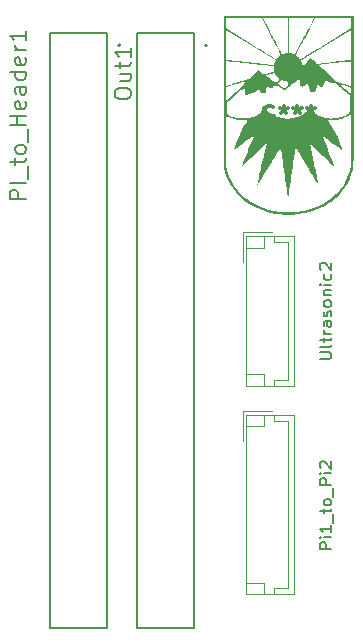
<source format=gbr>
%TF.GenerationSoftware,KiCad,Pcbnew,7.0.5*%
%TF.CreationDate,2023-12-19T10:58:39-08:00*%
%TF.ProjectId,Pi2_PiHat,5069325f-5069-4486-9174-2e6b69636164,rev?*%
%TF.SameCoordinates,Original*%
%TF.FileFunction,Legend,Top*%
%TF.FilePolarity,Positive*%
%FSLAX46Y46*%
G04 Gerber Fmt 4.6, Leading zero omitted, Abs format (unit mm)*
G04 Created by KiCad (PCBNEW 7.0.5) date 2023-12-19 10:58:39*
%MOMM*%
%LPD*%
G01*
G04 APERTURE LIST*
%ADD10C,0.300000*%
%ADD11C,0.150000*%
%ADD12C,0.120000*%
%ADD13C,0.127000*%
%ADD14C,0.200000*%
G04 APERTURE END LIST*
D10*
%TO.C,G\u002A\u002A\u002A*%
X86308572Y-67829757D02*
X86165715Y-67758328D01*
X86165715Y-67758328D02*
X85951429Y-67758328D01*
X85951429Y-67758328D02*
X85737143Y-67829757D01*
X85737143Y-67829757D02*
X85594286Y-67972614D01*
X85594286Y-67972614D02*
X85522857Y-68115471D01*
X85522857Y-68115471D02*
X85451429Y-68401185D01*
X85451429Y-68401185D02*
X85451429Y-68615471D01*
X85451429Y-68615471D02*
X85522857Y-68901185D01*
X85522857Y-68901185D02*
X85594286Y-69044042D01*
X85594286Y-69044042D02*
X85737143Y-69186900D01*
X85737143Y-69186900D02*
X85951429Y-69258328D01*
X85951429Y-69258328D02*
X86094286Y-69258328D01*
X86094286Y-69258328D02*
X86308572Y-69186900D01*
X86308572Y-69186900D02*
X86380000Y-69115471D01*
X86380000Y-69115471D02*
X86380000Y-68615471D01*
X86380000Y-68615471D02*
X86094286Y-68615471D01*
X87237143Y-67758328D02*
X87237143Y-68115471D01*
X86880000Y-67972614D02*
X87237143Y-68115471D01*
X87237143Y-68115471D02*
X87594286Y-67972614D01*
X87022857Y-68401185D02*
X87237143Y-68115471D01*
X87237143Y-68115471D02*
X87451429Y-68401185D01*
X88380000Y-67758328D02*
X88380000Y-68115471D01*
X88022857Y-67972614D02*
X88380000Y-68115471D01*
X88380000Y-68115471D02*
X88737143Y-67972614D01*
X88165714Y-68401185D02*
X88380000Y-68115471D01*
X88380000Y-68115471D02*
X88594286Y-68401185D01*
X89522857Y-67758328D02*
X89522857Y-68115471D01*
X89165714Y-67972614D02*
X89522857Y-68115471D01*
X89522857Y-68115471D02*
X89880000Y-67972614D01*
X89308571Y-68401185D02*
X89522857Y-68115471D01*
X89522857Y-68115471D02*
X89737143Y-68401185D01*
D11*
%TO.C,Ultrasonic2*%
X90259819Y-89197619D02*
X91069342Y-89197619D01*
X91069342Y-89197619D02*
X91164580Y-89150000D01*
X91164580Y-89150000D02*
X91212200Y-89102381D01*
X91212200Y-89102381D02*
X91259819Y-89007143D01*
X91259819Y-89007143D02*
X91259819Y-88816667D01*
X91259819Y-88816667D02*
X91212200Y-88721429D01*
X91212200Y-88721429D02*
X91164580Y-88673810D01*
X91164580Y-88673810D02*
X91069342Y-88626191D01*
X91069342Y-88626191D02*
X90259819Y-88626191D01*
X91259819Y-88007143D02*
X91212200Y-88102381D01*
X91212200Y-88102381D02*
X91116961Y-88150000D01*
X91116961Y-88150000D02*
X90259819Y-88150000D01*
X90593152Y-87769047D02*
X90593152Y-87388095D01*
X90259819Y-87626190D02*
X91116961Y-87626190D01*
X91116961Y-87626190D02*
X91212200Y-87578571D01*
X91212200Y-87578571D02*
X91259819Y-87483333D01*
X91259819Y-87483333D02*
X91259819Y-87388095D01*
X91259819Y-87054761D02*
X90593152Y-87054761D01*
X90783628Y-87054761D02*
X90688390Y-87007142D01*
X90688390Y-87007142D02*
X90640771Y-86959523D01*
X90640771Y-86959523D02*
X90593152Y-86864285D01*
X90593152Y-86864285D02*
X90593152Y-86769047D01*
X91259819Y-86007142D02*
X90736009Y-86007142D01*
X90736009Y-86007142D02*
X90640771Y-86054761D01*
X90640771Y-86054761D02*
X90593152Y-86149999D01*
X90593152Y-86149999D02*
X90593152Y-86340475D01*
X90593152Y-86340475D02*
X90640771Y-86435713D01*
X91212200Y-86007142D02*
X91259819Y-86102380D01*
X91259819Y-86102380D02*
X91259819Y-86340475D01*
X91259819Y-86340475D02*
X91212200Y-86435713D01*
X91212200Y-86435713D02*
X91116961Y-86483332D01*
X91116961Y-86483332D02*
X91021723Y-86483332D01*
X91021723Y-86483332D02*
X90926485Y-86435713D01*
X90926485Y-86435713D02*
X90878866Y-86340475D01*
X90878866Y-86340475D02*
X90878866Y-86102380D01*
X90878866Y-86102380D02*
X90831247Y-86007142D01*
X91212200Y-85578570D02*
X91259819Y-85483332D01*
X91259819Y-85483332D02*
X91259819Y-85292856D01*
X91259819Y-85292856D02*
X91212200Y-85197618D01*
X91212200Y-85197618D02*
X91116961Y-85149999D01*
X91116961Y-85149999D02*
X91069342Y-85149999D01*
X91069342Y-85149999D02*
X90974104Y-85197618D01*
X90974104Y-85197618D02*
X90926485Y-85292856D01*
X90926485Y-85292856D02*
X90926485Y-85435713D01*
X90926485Y-85435713D02*
X90878866Y-85530951D01*
X90878866Y-85530951D02*
X90783628Y-85578570D01*
X90783628Y-85578570D02*
X90736009Y-85578570D01*
X90736009Y-85578570D02*
X90640771Y-85530951D01*
X90640771Y-85530951D02*
X90593152Y-85435713D01*
X90593152Y-85435713D02*
X90593152Y-85292856D01*
X90593152Y-85292856D02*
X90640771Y-85197618D01*
X91259819Y-84578570D02*
X91212200Y-84673808D01*
X91212200Y-84673808D02*
X91164580Y-84721427D01*
X91164580Y-84721427D02*
X91069342Y-84769046D01*
X91069342Y-84769046D02*
X90783628Y-84769046D01*
X90783628Y-84769046D02*
X90688390Y-84721427D01*
X90688390Y-84721427D02*
X90640771Y-84673808D01*
X90640771Y-84673808D02*
X90593152Y-84578570D01*
X90593152Y-84578570D02*
X90593152Y-84435713D01*
X90593152Y-84435713D02*
X90640771Y-84340475D01*
X90640771Y-84340475D02*
X90688390Y-84292856D01*
X90688390Y-84292856D02*
X90783628Y-84245237D01*
X90783628Y-84245237D02*
X91069342Y-84245237D01*
X91069342Y-84245237D02*
X91164580Y-84292856D01*
X91164580Y-84292856D02*
X91212200Y-84340475D01*
X91212200Y-84340475D02*
X91259819Y-84435713D01*
X91259819Y-84435713D02*
X91259819Y-84578570D01*
X90593152Y-83816665D02*
X91259819Y-83816665D01*
X90688390Y-83816665D02*
X90640771Y-83769046D01*
X90640771Y-83769046D02*
X90593152Y-83673808D01*
X90593152Y-83673808D02*
X90593152Y-83530951D01*
X90593152Y-83530951D02*
X90640771Y-83435713D01*
X90640771Y-83435713D02*
X90736009Y-83388094D01*
X90736009Y-83388094D02*
X91259819Y-83388094D01*
X91259819Y-82911903D02*
X90593152Y-82911903D01*
X90259819Y-82911903D02*
X90307438Y-82959522D01*
X90307438Y-82959522D02*
X90355057Y-82911903D01*
X90355057Y-82911903D02*
X90307438Y-82864284D01*
X90307438Y-82864284D02*
X90259819Y-82911903D01*
X90259819Y-82911903D02*
X90355057Y-82911903D01*
X91212200Y-82007142D02*
X91259819Y-82102380D01*
X91259819Y-82102380D02*
X91259819Y-82292856D01*
X91259819Y-82292856D02*
X91212200Y-82388094D01*
X91212200Y-82388094D02*
X91164580Y-82435713D01*
X91164580Y-82435713D02*
X91069342Y-82483332D01*
X91069342Y-82483332D02*
X90783628Y-82483332D01*
X90783628Y-82483332D02*
X90688390Y-82435713D01*
X90688390Y-82435713D02*
X90640771Y-82388094D01*
X90640771Y-82388094D02*
X90593152Y-82292856D01*
X90593152Y-82292856D02*
X90593152Y-82102380D01*
X90593152Y-82102380D02*
X90640771Y-82007142D01*
X90355057Y-81626189D02*
X90307438Y-81578570D01*
X90307438Y-81578570D02*
X90259819Y-81483332D01*
X90259819Y-81483332D02*
X90259819Y-81245237D01*
X90259819Y-81245237D02*
X90307438Y-81149999D01*
X90307438Y-81149999D02*
X90355057Y-81102380D01*
X90355057Y-81102380D02*
X90450295Y-81054761D01*
X90450295Y-81054761D02*
X90545533Y-81054761D01*
X90545533Y-81054761D02*
X90688390Y-81102380D01*
X90688390Y-81102380D02*
X91259819Y-81673808D01*
X91259819Y-81673808D02*
X91259819Y-81054761D01*
%TO.C,Out1*%
X72899866Y-66848333D02*
X72899866Y-66581666D01*
X72899866Y-66581666D02*
X72966533Y-66448333D01*
X72966533Y-66448333D02*
X73099866Y-66314999D01*
X73099866Y-66314999D02*
X73366533Y-66248333D01*
X73366533Y-66248333D02*
X73833200Y-66248333D01*
X73833200Y-66248333D02*
X74099866Y-66314999D01*
X74099866Y-66314999D02*
X74233200Y-66448333D01*
X74233200Y-66448333D02*
X74299866Y-66581666D01*
X74299866Y-66581666D02*
X74299866Y-66848333D01*
X74299866Y-66848333D02*
X74233200Y-66981666D01*
X74233200Y-66981666D02*
X74099866Y-67114999D01*
X74099866Y-67114999D02*
X73833200Y-67181666D01*
X73833200Y-67181666D02*
X73366533Y-67181666D01*
X73366533Y-67181666D02*
X73099866Y-67114999D01*
X73099866Y-67114999D02*
X72966533Y-66981666D01*
X72966533Y-66981666D02*
X72899866Y-66848333D01*
X73366533Y-65048332D02*
X74299866Y-65048332D01*
X73366533Y-65648332D02*
X74099866Y-65648332D01*
X74099866Y-65648332D02*
X74233200Y-65581666D01*
X74233200Y-65581666D02*
X74299866Y-65448332D01*
X74299866Y-65448332D02*
X74299866Y-65248332D01*
X74299866Y-65248332D02*
X74233200Y-65114999D01*
X74233200Y-65114999D02*
X74166533Y-65048332D01*
X73366533Y-64581665D02*
X73366533Y-64048332D01*
X72899866Y-64381665D02*
X74099866Y-64381665D01*
X74099866Y-64381665D02*
X74233200Y-64314999D01*
X74233200Y-64314999D02*
X74299866Y-64181665D01*
X74299866Y-64181665D02*
X74299866Y-64048332D01*
X74299866Y-62848332D02*
X74299866Y-63648332D01*
X74299866Y-63248332D02*
X72899866Y-63248332D01*
X72899866Y-63248332D02*
X73099866Y-63381665D01*
X73099866Y-63381665D02*
X73233200Y-63514999D01*
X73233200Y-63514999D02*
X73299866Y-63648332D01*
%TO.C,PI_to_Header1*%
X65409866Y-75680000D02*
X64009866Y-75680000D01*
X64009866Y-75680000D02*
X64009866Y-75146667D01*
X64009866Y-75146667D02*
X64076533Y-75013334D01*
X64076533Y-75013334D02*
X64143200Y-74946667D01*
X64143200Y-74946667D02*
X64276533Y-74880000D01*
X64276533Y-74880000D02*
X64476533Y-74880000D01*
X64476533Y-74880000D02*
X64609866Y-74946667D01*
X64609866Y-74946667D02*
X64676533Y-75013334D01*
X64676533Y-75013334D02*
X64743200Y-75146667D01*
X64743200Y-75146667D02*
X64743200Y-75680000D01*
X65409866Y-74280000D02*
X64009866Y-74280000D01*
X65543200Y-73946667D02*
X65543200Y-72880000D01*
X64476533Y-72746666D02*
X64476533Y-72213333D01*
X64009866Y-72546666D02*
X65209866Y-72546666D01*
X65209866Y-72546666D02*
X65343200Y-72480000D01*
X65343200Y-72480000D02*
X65409866Y-72346666D01*
X65409866Y-72346666D02*
X65409866Y-72213333D01*
X65409866Y-71546666D02*
X65343200Y-71680000D01*
X65343200Y-71680000D02*
X65276533Y-71746666D01*
X65276533Y-71746666D02*
X65143200Y-71813333D01*
X65143200Y-71813333D02*
X64743200Y-71813333D01*
X64743200Y-71813333D02*
X64609866Y-71746666D01*
X64609866Y-71746666D02*
X64543200Y-71680000D01*
X64543200Y-71680000D02*
X64476533Y-71546666D01*
X64476533Y-71546666D02*
X64476533Y-71346666D01*
X64476533Y-71346666D02*
X64543200Y-71213333D01*
X64543200Y-71213333D02*
X64609866Y-71146666D01*
X64609866Y-71146666D02*
X64743200Y-71080000D01*
X64743200Y-71080000D02*
X65143200Y-71080000D01*
X65143200Y-71080000D02*
X65276533Y-71146666D01*
X65276533Y-71146666D02*
X65343200Y-71213333D01*
X65343200Y-71213333D02*
X65409866Y-71346666D01*
X65409866Y-71346666D02*
X65409866Y-71546666D01*
X65543200Y-70813333D02*
X65543200Y-69746666D01*
X65409866Y-69413332D02*
X64009866Y-69413332D01*
X64676533Y-69413332D02*
X64676533Y-68613332D01*
X65409866Y-68613332D02*
X64009866Y-68613332D01*
X65343200Y-67413332D02*
X65409866Y-67546665D01*
X65409866Y-67546665D02*
X65409866Y-67813332D01*
X65409866Y-67813332D02*
X65343200Y-67946665D01*
X65343200Y-67946665D02*
X65209866Y-68013332D01*
X65209866Y-68013332D02*
X64676533Y-68013332D01*
X64676533Y-68013332D02*
X64543200Y-67946665D01*
X64543200Y-67946665D02*
X64476533Y-67813332D01*
X64476533Y-67813332D02*
X64476533Y-67546665D01*
X64476533Y-67546665D02*
X64543200Y-67413332D01*
X64543200Y-67413332D02*
X64676533Y-67346665D01*
X64676533Y-67346665D02*
X64809866Y-67346665D01*
X64809866Y-67346665D02*
X64943200Y-68013332D01*
X65409866Y-66146665D02*
X64676533Y-66146665D01*
X64676533Y-66146665D02*
X64543200Y-66213332D01*
X64543200Y-66213332D02*
X64476533Y-66346665D01*
X64476533Y-66346665D02*
X64476533Y-66613332D01*
X64476533Y-66613332D02*
X64543200Y-66746665D01*
X65343200Y-66146665D02*
X65409866Y-66279999D01*
X65409866Y-66279999D02*
X65409866Y-66613332D01*
X65409866Y-66613332D02*
X65343200Y-66746665D01*
X65343200Y-66746665D02*
X65209866Y-66813332D01*
X65209866Y-66813332D02*
X65076533Y-66813332D01*
X65076533Y-66813332D02*
X64943200Y-66746665D01*
X64943200Y-66746665D02*
X64876533Y-66613332D01*
X64876533Y-66613332D02*
X64876533Y-66279999D01*
X64876533Y-66279999D02*
X64809866Y-66146665D01*
X65409866Y-64879998D02*
X64009866Y-64879998D01*
X65343200Y-64879998D02*
X65409866Y-65013332D01*
X65409866Y-65013332D02*
X65409866Y-65279998D01*
X65409866Y-65279998D02*
X65343200Y-65413332D01*
X65343200Y-65413332D02*
X65276533Y-65479998D01*
X65276533Y-65479998D02*
X65143200Y-65546665D01*
X65143200Y-65546665D02*
X64743200Y-65546665D01*
X64743200Y-65546665D02*
X64609866Y-65479998D01*
X64609866Y-65479998D02*
X64543200Y-65413332D01*
X64543200Y-65413332D02*
X64476533Y-65279998D01*
X64476533Y-65279998D02*
X64476533Y-65013332D01*
X64476533Y-65013332D02*
X64543200Y-64879998D01*
X65343200Y-63679998D02*
X65409866Y-63813331D01*
X65409866Y-63813331D02*
X65409866Y-64079998D01*
X65409866Y-64079998D02*
X65343200Y-64213331D01*
X65343200Y-64213331D02*
X65209866Y-64279998D01*
X65209866Y-64279998D02*
X64676533Y-64279998D01*
X64676533Y-64279998D02*
X64543200Y-64213331D01*
X64543200Y-64213331D02*
X64476533Y-64079998D01*
X64476533Y-64079998D02*
X64476533Y-63813331D01*
X64476533Y-63813331D02*
X64543200Y-63679998D01*
X64543200Y-63679998D02*
X64676533Y-63613331D01*
X64676533Y-63613331D02*
X64809866Y-63613331D01*
X64809866Y-63613331D02*
X64943200Y-64279998D01*
X65409866Y-63013331D02*
X64476533Y-63013331D01*
X64743200Y-63013331D02*
X64609866Y-62946665D01*
X64609866Y-62946665D02*
X64543200Y-62879998D01*
X64543200Y-62879998D02*
X64476533Y-62746665D01*
X64476533Y-62746665D02*
X64476533Y-62613331D01*
X65409866Y-61413331D02*
X65409866Y-62213331D01*
X65409866Y-61813331D02*
X64009866Y-61813331D01*
X64009866Y-61813331D02*
X64209866Y-61946664D01*
X64209866Y-61946664D02*
X64343200Y-62079998D01*
X64343200Y-62079998D02*
X64409866Y-62213331D01*
%TO.C,Pi1_to_Pi2*%
X91259819Y-105290475D02*
X90259819Y-105290475D01*
X90259819Y-105290475D02*
X90259819Y-104909523D01*
X90259819Y-104909523D02*
X90307438Y-104814285D01*
X90307438Y-104814285D02*
X90355057Y-104766666D01*
X90355057Y-104766666D02*
X90450295Y-104719047D01*
X90450295Y-104719047D02*
X90593152Y-104719047D01*
X90593152Y-104719047D02*
X90688390Y-104766666D01*
X90688390Y-104766666D02*
X90736009Y-104814285D01*
X90736009Y-104814285D02*
X90783628Y-104909523D01*
X90783628Y-104909523D02*
X90783628Y-105290475D01*
X91259819Y-104290475D02*
X90593152Y-104290475D01*
X90259819Y-104290475D02*
X90307438Y-104338094D01*
X90307438Y-104338094D02*
X90355057Y-104290475D01*
X90355057Y-104290475D02*
X90307438Y-104242856D01*
X90307438Y-104242856D02*
X90259819Y-104290475D01*
X90259819Y-104290475D02*
X90355057Y-104290475D01*
X91259819Y-103290476D02*
X91259819Y-103861904D01*
X91259819Y-103576190D02*
X90259819Y-103576190D01*
X90259819Y-103576190D02*
X90402676Y-103671428D01*
X90402676Y-103671428D02*
X90497914Y-103766666D01*
X90497914Y-103766666D02*
X90545533Y-103861904D01*
X91355057Y-103100000D02*
X91355057Y-102338095D01*
X90593152Y-102242856D02*
X90593152Y-101861904D01*
X90259819Y-102099999D02*
X91116961Y-102099999D01*
X91116961Y-102099999D02*
X91212200Y-102052380D01*
X91212200Y-102052380D02*
X91259819Y-101957142D01*
X91259819Y-101957142D02*
X91259819Y-101861904D01*
X91259819Y-101385713D02*
X91212200Y-101480951D01*
X91212200Y-101480951D02*
X91164580Y-101528570D01*
X91164580Y-101528570D02*
X91069342Y-101576189D01*
X91069342Y-101576189D02*
X90783628Y-101576189D01*
X90783628Y-101576189D02*
X90688390Y-101528570D01*
X90688390Y-101528570D02*
X90640771Y-101480951D01*
X90640771Y-101480951D02*
X90593152Y-101385713D01*
X90593152Y-101385713D02*
X90593152Y-101242856D01*
X90593152Y-101242856D02*
X90640771Y-101147618D01*
X90640771Y-101147618D02*
X90688390Y-101099999D01*
X90688390Y-101099999D02*
X90783628Y-101052380D01*
X90783628Y-101052380D02*
X91069342Y-101052380D01*
X91069342Y-101052380D02*
X91164580Y-101099999D01*
X91164580Y-101099999D02*
X91212200Y-101147618D01*
X91212200Y-101147618D02*
X91259819Y-101242856D01*
X91259819Y-101242856D02*
X91259819Y-101385713D01*
X91355057Y-100861904D02*
X91355057Y-100099999D01*
X91259819Y-99861903D02*
X90259819Y-99861903D01*
X90259819Y-99861903D02*
X90259819Y-99480951D01*
X90259819Y-99480951D02*
X90307438Y-99385713D01*
X90307438Y-99385713D02*
X90355057Y-99338094D01*
X90355057Y-99338094D02*
X90450295Y-99290475D01*
X90450295Y-99290475D02*
X90593152Y-99290475D01*
X90593152Y-99290475D02*
X90688390Y-99338094D01*
X90688390Y-99338094D02*
X90736009Y-99385713D01*
X90736009Y-99385713D02*
X90783628Y-99480951D01*
X90783628Y-99480951D02*
X90783628Y-99861903D01*
X91259819Y-98861903D02*
X90593152Y-98861903D01*
X90259819Y-98861903D02*
X90307438Y-98909522D01*
X90307438Y-98909522D02*
X90355057Y-98861903D01*
X90355057Y-98861903D02*
X90307438Y-98814284D01*
X90307438Y-98814284D02*
X90259819Y-98861903D01*
X90259819Y-98861903D02*
X90355057Y-98861903D01*
X90355057Y-98433332D02*
X90307438Y-98385713D01*
X90307438Y-98385713D02*
X90259819Y-98290475D01*
X90259819Y-98290475D02*
X90259819Y-98052380D01*
X90259819Y-98052380D02*
X90307438Y-97957142D01*
X90307438Y-97957142D02*
X90355057Y-97909523D01*
X90355057Y-97909523D02*
X90450295Y-97861904D01*
X90450295Y-97861904D02*
X90545533Y-97861904D01*
X90545533Y-97861904D02*
X90688390Y-97909523D01*
X90688390Y-97909523D02*
X91259819Y-98480951D01*
X91259819Y-98480951D02*
X91259819Y-97861904D01*
%TO.C,G\u002A\u002A\u002A*%
G36*
X93143473Y-66408380D02*
G01*
X93143417Y-67075508D01*
X93143248Y-67704825D01*
X93142967Y-68296544D01*
X93142572Y-68850879D01*
X93142062Y-69368042D01*
X93141437Y-69848248D01*
X93140697Y-70291708D01*
X93139840Y-70698637D01*
X93138866Y-71069246D01*
X93137775Y-71403750D01*
X93136565Y-71702362D01*
X93135236Y-71965294D01*
X93133788Y-72192760D01*
X93132219Y-72384972D01*
X93130529Y-72542145D01*
X93128717Y-72664490D01*
X93126783Y-72752222D01*
X93124726Y-72805553D01*
X93123558Y-72820169D01*
X93057095Y-73203737D01*
X92953793Y-73580539D01*
X92814551Y-73948495D01*
X92640264Y-74305522D01*
X92431828Y-74649539D01*
X92198538Y-74967997D01*
X92083773Y-75102987D01*
X91947109Y-75250018D01*
X91798035Y-75399672D01*
X91646045Y-75542534D01*
X91500628Y-75669186D01*
X91451407Y-75709245D01*
X91075388Y-75984510D01*
X90679849Y-76227228D01*
X90265208Y-76437232D01*
X89831886Y-76614351D01*
X89380301Y-76758417D01*
X88910871Y-76869259D01*
X88424017Y-76946710D01*
X88371467Y-76952949D01*
X88260256Y-76963583D01*
X88125044Y-76973164D01*
X87975121Y-76981344D01*
X87819774Y-76987778D01*
X87668294Y-76992120D01*
X87529969Y-76994023D01*
X87414089Y-76993141D01*
X87354326Y-76990859D01*
X86932204Y-76956126D01*
X86535012Y-76901419D01*
X86154432Y-76825215D01*
X85782146Y-76725988D01*
X85606060Y-76670432D01*
X85190392Y-76515650D01*
X84794338Y-76333586D01*
X84419436Y-76125765D01*
X84067224Y-75893711D01*
X83739241Y-75638949D01*
X83437024Y-75363001D01*
X83162112Y-75067393D01*
X82916044Y-74753648D01*
X82700358Y-74423291D01*
X82516592Y-74077845D01*
X82366285Y-73718835D01*
X82250974Y-73347786D01*
X82250460Y-73345796D01*
X82240003Y-73306158D01*
X82230198Y-73270103D01*
X82221023Y-73236373D01*
X82212459Y-73203711D01*
X82204483Y-73170859D01*
X82197076Y-73136559D01*
X82190217Y-73099554D01*
X82183884Y-73058587D01*
X82178056Y-73012400D01*
X82172713Y-72959735D01*
X82167834Y-72899335D01*
X82163398Y-72829942D01*
X82159383Y-72750299D01*
X82155770Y-72659148D01*
X82152537Y-72555232D01*
X82149663Y-72437293D01*
X82147127Y-72304074D01*
X82144909Y-72154316D01*
X82142987Y-71986763D01*
X82141341Y-71800157D01*
X82139950Y-71593241D01*
X82138793Y-71364756D01*
X82137849Y-71113446D01*
X82137096Y-70838052D01*
X82136515Y-70537317D01*
X82136084Y-70209984D01*
X82135783Y-69854796D01*
X82135590Y-69470494D01*
X82135485Y-69055821D01*
X82135446Y-68609519D01*
X82135446Y-68577312D01*
X82323806Y-68577312D01*
X82331293Y-70674726D01*
X82332482Y-71002659D01*
X82333604Y-71294865D01*
X82334708Y-71553638D01*
X82335840Y-71781276D01*
X82337048Y-71980075D01*
X82338378Y-72152330D01*
X82339878Y-72300337D01*
X82341595Y-72426393D01*
X82343577Y-72532793D01*
X82345870Y-72621834D01*
X82348521Y-72695811D01*
X82351579Y-72757021D01*
X82355089Y-72807760D01*
X82359099Y-72850324D01*
X82363657Y-72887008D01*
X82368809Y-72920109D01*
X82374603Y-72951923D01*
X82378490Y-72971766D01*
X82404145Y-73097274D01*
X82428048Y-73204187D01*
X82452807Y-73301343D01*
X82481030Y-73397581D01*
X82515327Y-73501741D01*
X82558306Y-73622660D01*
X82612575Y-73769178D01*
X82618520Y-73785035D01*
X82669716Y-73904897D01*
X82740354Y-74046336D01*
X82825822Y-74201483D01*
X82921506Y-74362469D01*
X83022793Y-74521425D01*
X83125069Y-74670480D01*
X83186502Y-74753877D01*
X83257857Y-74842044D01*
X83347636Y-74944256D01*
X83450290Y-75054971D01*
X83560273Y-75168650D01*
X83672038Y-75279753D01*
X83780038Y-75382742D01*
X83878726Y-75472075D01*
X83962555Y-75542213D01*
X84013090Y-75579389D01*
X84058507Y-75611291D01*
X84117060Y-75654510D01*
X84150808Y-75680214D01*
X84281237Y-75777490D01*
X84394617Y-75854974D01*
X84470818Y-75900973D01*
X84525972Y-75932628D01*
X84595382Y-75973988D01*
X84645119Y-76004422D01*
X84781817Y-76082635D01*
X84954607Y-76170100D01*
X85162787Y-76266481D01*
X85405655Y-76371441D01*
X85453128Y-76391272D01*
X85511950Y-76413645D01*
X85597543Y-76443587D01*
X85700193Y-76477960D01*
X85810188Y-76513623D01*
X85917812Y-76547440D01*
X86013353Y-76576270D01*
X86087096Y-76596974D01*
X86099536Y-76600153D01*
X86172273Y-76618431D01*
X86246484Y-76637359D01*
X86251631Y-76638686D01*
X86378641Y-76667102D01*
X86536699Y-76695336D01*
X86718837Y-76722407D01*
X86918090Y-76747334D01*
X87127489Y-76769134D01*
X87259266Y-76780643D01*
X87358494Y-76786007D01*
X87484731Y-76788910D01*
X87627046Y-76789440D01*
X87774509Y-76787688D01*
X87916190Y-76783743D01*
X88041160Y-76777696D01*
X88095793Y-76773760D01*
X88226045Y-76761672D01*
X88363974Y-76746760D01*
X88500614Y-76730177D01*
X88627002Y-76713076D01*
X88734173Y-76696611D01*
X88813161Y-76681934D01*
X88818248Y-76680815D01*
X88882717Y-76666733D01*
X88960758Y-76650146D01*
X88998862Y-76642207D01*
X89106706Y-76616710D01*
X89238848Y-76580499D01*
X89384284Y-76536995D01*
X89532010Y-76489616D01*
X89671023Y-76441781D01*
X89790321Y-76396910D01*
X89797365Y-76394083D01*
X89869619Y-76365361D01*
X89940193Y-76337967D01*
X89973439Y-76325408D01*
X90016786Y-76306795D01*
X90086013Y-76274190D01*
X90173442Y-76231480D01*
X90271394Y-76182550D01*
X90372189Y-76131286D01*
X90468150Y-76081574D01*
X90551597Y-76037301D01*
X90614852Y-76002351D01*
X90633892Y-75991181D01*
X90702467Y-75948509D01*
X90786346Y-75894596D01*
X90877413Y-75834851D01*
X90967555Y-75774682D01*
X91048656Y-75719500D01*
X91112603Y-75674712D01*
X91147215Y-75649009D01*
X91200784Y-75606913D01*
X91266400Y-75555763D01*
X91306639Y-75524582D01*
X91357705Y-75481444D01*
X91428855Y-75416294D01*
X91514269Y-75334955D01*
X91608125Y-75243248D01*
X91704600Y-75146995D01*
X91797873Y-75052018D01*
X91882123Y-74964138D01*
X91951527Y-74889178D01*
X92000264Y-74832958D01*
X92007965Y-74823256D01*
X92057442Y-74759473D01*
X92106945Y-74696067D01*
X92132289Y-74663832D01*
X92206009Y-74563682D01*
X92287058Y-74442101D01*
X92370350Y-74307814D01*
X92450800Y-74169543D01*
X92523321Y-74036014D01*
X92582828Y-73915950D01*
X92622301Y-73823302D01*
X92687435Y-73643265D01*
X92745720Y-73470481D01*
X92795208Y-73311315D01*
X92833950Y-73172129D01*
X92860000Y-73059288D01*
X92865498Y-73028802D01*
X92879268Y-72944414D01*
X92891519Y-72867894D01*
X92902339Y-72796608D01*
X92911818Y-72727924D01*
X92920044Y-72659206D01*
X92927106Y-72587821D01*
X92933092Y-72511137D01*
X92938092Y-72426517D01*
X92942193Y-72331330D01*
X92945486Y-72222941D01*
X92948058Y-72098716D01*
X92949999Y-71956022D01*
X92951397Y-71792225D01*
X92952342Y-71604691D01*
X92952921Y-71390786D01*
X92953223Y-71147877D01*
X92953338Y-70873329D01*
X92953354Y-70564509D01*
X92953353Y-70422397D01*
X92953353Y-68425682D01*
X92839153Y-68513557D01*
X92644401Y-68642798D01*
X92420306Y-68754679D01*
X92172468Y-68846833D01*
X91906486Y-68916891D01*
X91865162Y-68925389D01*
X91768157Y-68942823D01*
X91675110Y-68955056D01*
X91575562Y-68962912D01*
X91459055Y-68967213D01*
X91315131Y-68968782D01*
X91313582Y-68968787D01*
X91205067Y-68969302D01*
X91111042Y-68970145D01*
X91037549Y-68971228D01*
X90990631Y-68972465D01*
X90976119Y-68973631D01*
X90985825Y-68990102D01*
X91012263Y-69032083D01*
X91051400Y-69093232D01*
X91099203Y-69167206D01*
X91099411Y-69167528D01*
X91343485Y-69566972D01*
X91576872Y-69995274D01*
X91795269Y-70443806D01*
X91994373Y-70903941D01*
X92098219Y-71169807D01*
X92143639Y-71292079D01*
X92176225Y-71383337D01*
X92197117Y-71447927D01*
X92207456Y-71490196D01*
X92208381Y-71514493D01*
X92201034Y-71525164D01*
X92191885Y-71526856D01*
X92173282Y-71515808D01*
X92127089Y-71484045D01*
X92056156Y-71433638D01*
X91963332Y-71366660D01*
X91851466Y-71285181D01*
X91723408Y-71191275D01*
X91582008Y-71087013D01*
X91430116Y-70974466D01*
X91342407Y-70909243D01*
X91186401Y-70793294D01*
X91039716Y-70684681D01*
X90905147Y-70585443D01*
X90785483Y-70497621D01*
X90683518Y-70423253D01*
X90602042Y-70364379D01*
X90543849Y-70323038D01*
X90511730Y-70301269D01*
X90506162Y-70298398D01*
X90511925Y-70316709D01*
X90530748Y-70367500D01*
X90561532Y-70447962D01*
X90603174Y-70555286D01*
X90654572Y-70686664D01*
X90714625Y-70839287D01*
X90782232Y-71010348D01*
X90856290Y-71197037D01*
X90935698Y-71396546D01*
X91005440Y-71571261D01*
X91088642Y-71780127D01*
X91167391Y-71979174D01*
X91240579Y-72165516D01*
X91307097Y-72336267D01*
X91365838Y-72488541D01*
X91415694Y-72619452D01*
X91455556Y-72726113D01*
X91484317Y-72805639D01*
X91500868Y-72855143D01*
X91504556Y-72871290D01*
X91495741Y-72882264D01*
X91474335Y-72874498D01*
X91436005Y-72845191D01*
X91376418Y-72791544D01*
X91365828Y-72781647D01*
X91327143Y-72745058D01*
X91264198Y-72685137D01*
X91180146Y-72604905D01*
X91078137Y-72507385D01*
X90961321Y-72395599D01*
X90832849Y-72272567D01*
X90695872Y-72141313D01*
X90553540Y-72004857D01*
X90409005Y-71866222D01*
X90265417Y-71728431D01*
X90125927Y-71594503D01*
X89993685Y-71467462D01*
X89871843Y-71350330D01*
X89763550Y-71246127D01*
X89671958Y-71157877D01*
X89600217Y-71088601D01*
X89563524Y-71053041D01*
X89505202Y-70997974D01*
X89459453Y-70957862D01*
X89431236Y-70936837D01*
X89424872Y-70937485D01*
X89431746Y-70964423D01*
X89445705Y-71024749D01*
X89466070Y-71115307D01*
X89492163Y-71232941D01*
X89523304Y-71374496D01*
X89558814Y-71536818D01*
X89598016Y-71716749D01*
X89640231Y-71911136D01*
X89684779Y-72116822D01*
X89730982Y-72330652D01*
X89778162Y-72549471D01*
X89825639Y-72770123D01*
X89872736Y-72989454D01*
X89918772Y-73204306D01*
X89963070Y-73411526D01*
X90004952Y-73607958D01*
X90043737Y-73790445D01*
X90078748Y-73955834D01*
X90109305Y-74100968D01*
X90134731Y-74222692D01*
X90154346Y-74317851D01*
X90167472Y-74383288D01*
X90173429Y-74415850D01*
X90173692Y-74418908D01*
X90156835Y-74423697D01*
X90137330Y-74412582D01*
X90123422Y-74393059D01*
X90091471Y-74343144D01*
X90042868Y-74265126D01*
X89979002Y-74161297D01*
X89901264Y-74033947D01*
X89811044Y-73885367D01*
X89709731Y-73717847D01*
X89598716Y-73533678D01*
X89479388Y-73335151D01*
X89353138Y-73124556D01*
X89221355Y-72904185D01*
X89179410Y-72833930D01*
X89046626Y-72611643D01*
X88919288Y-72398861D01*
X88798750Y-72197824D01*
X88686367Y-72010777D01*
X88583494Y-71839960D01*
X88491487Y-71687617D01*
X88411700Y-71555990D01*
X88345489Y-71447322D01*
X88294209Y-71363855D01*
X88259214Y-71307832D01*
X88241860Y-71281495D01*
X88240231Y-71279700D01*
X88236023Y-71298121D01*
X88226746Y-71351799D01*
X88212758Y-71438354D01*
X88194418Y-71555410D01*
X88172086Y-71700589D01*
X88146120Y-71871511D01*
X88116880Y-72065800D01*
X88084724Y-72281077D01*
X88050010Y-72514964D01*
X88013099Y-72765084D01*
X87974350Y-73029057D01*
X87934120Y-73304506D01*
X87921446Y-73391568D01*
X87880813Y-73670336D01*
X87841558Y-73938535D01*
X87804040Y-74193770D01*
X87768619Y-74433648D01*
X87735653Y-74655773D01*
X87705502Y-74857750D01*
X87678525Y-75037185D01*
X87655080Y-75191684D01*
X87635527Y-75318851D01*
X87620225Y-75416292D01*
X87609533Y-75481611D01*
X87603810Y-75512416D01*
X87603112Y-75514572D01*
X87582641Y-75516251D01*
X87581476Y-75515209D01*
X87577553Y-75495366D01*
X87568821Y-75440239D01*
X87555618Y-75352221D01*
X87538284Y-75233701D01*
X87517158Y-75087070D01*
X87492579Y-74914720D01*
X87464886Y-74719040D01*
X87434419Y-74502422D01*
X87401516Y-74267256D01*
X87366516Y-74015934D01*
X87329759Y-73750846D01*
X87291585Y-73474382D01*
X87278721Y-73380966D01*
X87240200Y-73101389D01*
X87203056Y-72832470D01*
X87167623Y-72576594D01*
X87134235Y-72336144D01*
X87103227Y-72113503D01*
X87074931Y-71911055D01*
X87049682Y-71731182D01*
X87027815Y-71576269D01*
X87009662Y-71448699D01*
X86995559Y-71350855D01*
X86985840Y-71285121D01*
X86980837Y-71253879D01*
X86980275Y-71251542D01*
X86969728Y-71266595D01*
X86940787Y-71311929D01*
X86894813Y-71385333D01*
X86833165Y-71484597D01*
X86757205Y-71607512D01*
X86668293Y-71751868D01*
X86567789Y-71915455D01*
X86457053Y-72096063D01*
X86337446Y-72291483D01*
X86210328Y-72499505D01*
X86077060Y-72717918D01*
X86024480Y-72804178D01*
X85860863Y-73072599D01*
X85715835Y-73310332D01*
X85588255Y-73519194D01*
X85476984Y-73701005D01*
X85380883Y-73857582D01*
X85298813Y-73990744D01*
X85229635Y-74102309D01*
X85172208Y-74194095D01*
X85125395Y-74267920D01*
X85088055Y-74325603D01*
X85059049Y-74368961D01*
X85037239Y-74399813D01*
X85021484Y-74419978D01*
X85010647Y-74431273D01*
X85003586Y-74435516D01*
X85002203Y-74435689D01*
X84999351Y-74432301D01*
X84998798Y-74420760D01*
X85000997Y-74399002D01*
X85006400Y-74364961D01*
X85015461Y-74316570D01*
X85028631Y-74251766D01*
X85046362Y-74168482D01*
X85069108Y-74064653D01*
X85097319Y-73938214D01*
X85131450Y-73787099D01*
X85171952Y-73609243D01*
X85219277Y-73402580D01*
X85273878Y-73165045D01*
X85336207Y-72894573D01*
X85405436Y-72594646D01*
X85461849Y-72350024D01*
X85515623Y-72116149D01*
X85566164Y-71895651D01*
X85612876Y-71691160D01*
X85655163Y-71505306D01*
X85692430Y-71340720D01*
X85724081Y-71200030D01*
X85749521Y-71085867D01*
X85768154Y-71000862D01*
X85779385Y-70947643D01*
X85782620Y-70928843D01*
X85768090Y-70940631D01*
X85728088Y-70976434D01*
X85664826Y-71034201D01*
X85580516Y-71111881D01*
X85477368Y-71207421D01*
X85357593Y-71318771D01*
X85223404Y-71443878D01*
X85077011Y-71580691D01*
X84920625Y-71727159D01*
X84787709Y-71851877D01*
X84623485Y-72005810D01*
X84466365Y-72152524D01*
X84318694Y-72289867D01*
X84182814Y-72415684D01*
X84061069Y-72527822D01*
X83955803Y-72624129D01*
X83869358Y-72702450D01*
X83804079Y-72760632D01*
X83762308Y-72796522D01*
X83747655Y-72807602D01*
X83712179Y-72824561D01*
X83701530Y-72817563D01*
X83707069Y-72780694D01*
X83707222Y-72779929D01*
X83716180Y-72753491D01*
X83738502Y-72694907D01*
X83772989Y-72607155D01*
X83818438Y-72493214D01*
X83873647Y-72356060D01*
X83937416Y-72198671D01*
X84008542Y-72024025D01*
X84085824Y-71835099D01*
X84168061Y-71634872D01*
X84226212Y-71493750D01*
X84310551Y-71289067D01*
X84390364Y-71094836D01*
X84464501Y-70913889D01*
X84531813Y-70749054D01*
X84591151Y-70603161D01*
X84641367Y-70479039D01*
X84681312Y-70379518D01*
X84709837Y-70307427D01*
X84725792Y-70265597D01*
X84728851Y-70255804D01*
X84712889Y-70265305D01*
X84669001Y-70295097D01*
X84600046Y-70343154D01*
X84508883Y-70407447D01*
X84398370Y-70485951D01*
X84271366Y-70576636D01*
X84130730Y-70677477D01*
X83979322Y-70786446D01*
X83909571Y-70836773D01*
X83753218Y-70949461D01*
X83605488Y-71055526D01*
X83469370Y-71152848D01*
X83347856Y-71239310D01*
X83243934Y-71312793D01*
X83160594Y-71371178D01*
X83100827Y-71412348D01*
X83067622Y-71434182D01*
X83062372Y-71437057D01*
X83038956Y-71437312D01*
X83030018Y-71413308D01*
X83035868Y-71362488D01*
X83056816Y-71282297D01*
X83093170Y-71170178D01*
X83095481Y-71163448D01*
X83241462Y-70771525D01*
X83411904Y-70370289D01*
X83601272Y-69971352D01*
X83804032Y-69586330D01*
X84014650Y-69226838D01*
X84029881Y-69202393D01*
X84080545Y-69120773D01*
X84123035Y-69051081D01*
X84153687Y-68999418D01*
X84168842Y-68971888D01*
X84169820Y-68969195D01*
X84152053Y-68966494D01*
X84103587Y-68966077D01*
X84031670Y-68967855D01*
X83943552Y-68971737D01*
X83936829Y-68972093D01*
X83660079Y-68973423D01*
X83380714Y-68949335D01*
X83108441Y-68901364D01*
X82852966Y-68831046D01*
X82709765Y-68777935D01*
X82635510Y-68746626D01*
X82574061Y-68719570D01*
X82534341Y-68700750D01*
X82525284Y-68695576D01*
X82498985Y-68678811D01*
X82451821Y-68650726D01*
X82415039Y-68629459D01*
X82323806Y-68577312D01*
X82135446Y-68577312D01*
X82135449Y-68375884D01*
X82401706Y-68375884D01*
X82468248Y-68438641D01*
X82507328Y-68478863D01*
X82531259Y-68509977D01*
X82534790Y-68518930D01*
X82550951Y-68533796D01*
X82594529Y-68559880D01*
X82658163Y-68593022D01*
X82708780Y-68617300D01*
X82855011Y-68676528D01*
X83025493Y-68731355D01*
X83206462Y-68778021D01*
X83384149Y-68812770D01*
X83467966Y-68824561D01*
X83567705Y-68832350D01*
X83690891Y-68835797D01*
X83827160Y-68835213D01*
X83966147Y-68830910D01*
X84097489Y-68823197D01*
X84210822Y-68812385D01*
X84290504Y-68799919D01*
X84364588Y-68781449D01*
X84432665Y-68759529D01*
X84469232Y-68744073D01*
X84519690Y-68722748D01*
X84561172Y-68712882D01*
X84563374Y-68712807D01*
X84609704Y-68703956D01*
X84680187Y-68680610D01*
X84765786Y-68646826D01*
X84857461Y-68606659D01*
X84946174Y-68564164D01*
X85022886Y-68523398D01*
X85078558Y-68488416D01*
X85096417Y-68473634D01*
X85126607Y-68451314D01*
X85140545Y-68446916D01*
X85159731Y-68434161D01*
X85200015Y-68399236D01*
X85255903Y-68347149D01*
X85321900Y-68282907D01*
X85337297Y-68267574D01*
X85430047Y-68177187D01*
X85503601Y-68111972D01*
X85563524Y-68068245D01*
X85615380Y-68042318D01*
X85664732Y-68030506D01*
X85697982Y-68028653D01*
X85755453Y-68039051D01*
X85801314Y-68065261D01*
X85823360Y-68099807D01*
X85823862Y-68105752D01*
X85837054Y-68128152D01*
X85872004Y-68168769D01*
X85921777Y-68220871D01*
X85979433Y-68277727D01*
X86038036Y-68332608D01*
X86090648Y-68378781D01*
X86130333Y-68409517D01*
X86145638Y-68417945D01*
X86177080Y-68434060D01*
X86185089Y-68445891D01*
X86200769Y-68462981D01*
X86238843Y-68483555D01*
X86242125Y-68484940D01*
X86281261Y-68504773D01*
X86299060Y-68520944D01*
X86299161Y-68521775D01*
X86305329Y-68529873D01*
X86326593Y-68543207D01*
X86367093Y-68563793D01*
X86430972Y-68593650D01*
X86522369Y-68634797D01*
X86618120Y-68677215D01*
X86673833Y-68698942D01*
X86719008Y-68711686D01*
X86730842Y-68713084D01*
X86778137Y-68720291D01*
X86857829Y-68742142D01*
X86955074Y-68773524D01*
X87046397Y-68796944D01*
X87164139Y-68816411D01*
X87298325Y-68831310D01*
X87438978Y-68841028D01*
X87576122Y-68844948D01*
X87699782Y-68842458D01*
X87799980Y-68832941D01*
X87829625Y-68827401D01*
X87883408Y-68815496D01*
X87960524Y-68798668D01*
X88047119Y-68779934D01*
X88076781Y-68773555D01*
X88158890Y-68754734D01*
X88238325Y-68733521D01*
X88323778Y-68707177D01*
X88423938Y-68672963D01*
X88547497Y-68628141D01*
X88599397Y-68608874D01*
X88651621Y-68587203D01*
X88687049Y-68568408D01*
X88694457Y-68562071D01*
X88715901Y-68545354D01*
X88759633Y-68519548D01*
X88788538Y-68504303D01*
X88843742Y-68473763D01*
X88887065Y-68445345D01*
X88899215Y-68435207D01*
X88929244Y-68413112D01*
X88942832Y-68408892D01*
X88963885Y-68396035D01*
X89002969Y-68362451D01*
X89052617Y-68315620D01*
X89105362Y-68263023D01*
X89153739Y-68212141D01*
X89190279Y-68170454D01*
X89207517Y-68145444D01*
X89207994Y-68143237D01*
X89220316Y-68119082D01*
X89250561Y-68083003D01*
X89256388Y-68077047D01*
X89291269Y-68048506D01*
X89331445Y-68033862D01*
X89390904Y-68028891D01*
X89416632Y-68028653D01*
X89502598Y-68036557D01*
X89560660Y-68059137D01*
X89587033Y-68094692D01*
X89588233Y-68105752D01*
X89601425Y-68128152D01*
X89636376Y-68168769D01*
X89686148Y-68220871D01*
X89743804Y-68277727D01*
X89802407Y-68332608D01*
X89855020Y-68378781D01*
X89894704Y-68409517D01*
X89910009Y-68417945D01*
X89941439Y-68433675D01*
X89949461Y-68444947D01*
X89965231Y-68460297D01*
X90005877Y-68484595D01*
X90044521Y-68503952D01*
X90096761Y-68530526D01*
X90131289Y-68552125D01*
X90139580Y-68561186D01*
X90157327Y-68581089D01*
X90206948Y-68606803D01*
X90283016Y-68636763D01*
X90380107Y-68669400D01*
X90492792Y-68703150D01*
X90615645Y-68736445D01*
X90743240Y-68767718D01*
X90870149Y-68795405D01*
X90990947Y-68817937D01*
X91071167Y-68830100D01*
X91234437Y-68841543D01*
X91421400Y-68837196D01*
X91621772Y-68818335D01*
X91825267Y-68786234D01*
X92021600Y-68742171D01*
X92189067Y-68691461D01*
X92312433Y-68644177D01*
X92429698Y-68591665D01*
X92535683Y-68536979D01*
X92625206Y-68483173D01*
X92693087Y-68433300D01*
X92734145Y-68390412D01*
X92744221Y-68364286D01*
X92754807Y-68334847D01*
X92781239Y-68290654D01*
X92791751Y-68275808D01*
X92839281Y-68211385D01*
X92839281Y-67548795D01*
X92839281Y-66886206D01*
X92792615Y-66839540D01*
X92755663Y-66807969D01*
X92727613Y-66793052D01*
X92725660Y-66792874D01*
X92703399Y-66780249D01*
X92662809Y-66746816D01*
X92611849Y-66699241D01*
X92600805Y-66688308D01*
X92549043Y-66638707D01*
X92506451Y-66601835D01*
X92480808Y-66584335D01*
X92478307Y-66583742D01*
X92459051Y-66571011D01*
X92418424Y-66536041D01*
X92361752Y-66483668D01*
X92294361Y-66418729D01*
X92268922Y-66393623D01*
X92199150Y-66325422D01*
X92138386Y-66268063D01*
X92091908Y-66226373D01*
X92064994Y-66205183D01*
X92061134Y-66203503D01*
X92038368Y-66191554D01*
X92000419Y-66161504D01*
X91983742Y-66146467D01*
X91938148Y-66111092D01*
X91897392Y-66091095D01*
X91887085Y-66089431D01*
X91856058Y-66075976D01*
X91809479Y-66040991D01*
X91755663Y-65992547D01*
X91702922Y-65938718D01*
X91690946Y-65924589D01*
X91995244Y-65924589D01*
X92004642Y-65938073D01*
X92039140Y-65974013D01*
X92095601Y-66029404D01*
X92170885Y-66101240D01*
X92261853Y-66186517D01*
X92365367Y-66282228D01*
X92442025Y-66352381D01*
X92905823Y-66775095D01*
X92911604Y-66513064D01*
X92917385Y-66251033D01*
X92861670Y-66205232D01*
X92818828Y-66180873D01*
X92740355Y-66148510D01*
X92627676Y-66108665D01*
X92482214Y-66061859D01*
X92409108Y-66039471D01*
X92292150Y-66004567D01*
X92187279Y-65974125D01*
X92100001Y-65949674D01*
X92035823Y-65932743D01*
X92000251Y-65924860D01*
X91995244Y-65924589D01*
X91690946Y-65924589D01*
X91659572Y-65887573D01*
X91633926Y-65847185D01*
X91631804Y-65841594D01*
X91621434Y-65818658D01*
X91602606Y-65808492D01*
X91565136Y-65808933D01*
X91511295Y-65815992D01*
X91426141Y-65826703D01*
X91353769Y-65830246D01*
X91286239Y-65824896D01*
X91215612Y-65808929D01*
X91133950Y-65780620D01*
X91033312Y-65738243D01*
X90923464Y-65688275D01*
X90862802Y-65660769D01*
X90816940Y-65641011D01*
X90795523Y-65633152D01*
X90795346Y-65633144D01*
X90783519Y-65648970D01*
X90759219Y-65691415D01*
X90726658Y-65752932D01*
X90707840Y-65789992D01*
X90671732Y-65859420D01*
X90640558Y-65914546D01*
X90618948Y-65947396D01*
X90613169Y-65952978D01*
X90599162Y-65974010D01*
X90586225Y-66017306D01*
X90584975Y-66023595D01*
X90565482Y-66082933D01*
X90529441Y-66117773D01*
X90469269Y-66133182D01*
X90417903Y-66135205D01*
X90316092Y-66129468D01*
X90248351Y-66112728D01*
X90212132Y-66084229D01*
X90206825Y-66072633D01*
X90184419Y-66026327D01*
X90153216Y-65988538D01*
X90120803Y-65964655D01*
X90094767Y-65960067D01*
X90082695Y-65980163D01*
X90082544Y-65984357D01*
X90075201Y-66017845D01*
X90056676Y-66069652D01*
X90046543Y-66093675D01*
X90016963Y-66162464D01*
X89984571Y-66240619D01*
X89972721Y-66270045D01*
X89919535Y-66399704D01*
X89875301Y-66499056D01*
X89840974Y-66566059D01*
X89819772Y-66596594D01*
X89780683Y-66614558D01*
X89719012Y-66622353D01*
X89648687Y-66620438D01*
X89583635Y-66609272D01*
X89537782Y-66589315D01*
X89535198Y-66587212D01*
X89512333Y-66555132D01*
X89482529Y-66496257D01*
X89450269Y-66420057D01*
X89429442Y-66363822D01*
X89392334Y-66257383D01*
X89350860Y-66138216D01*
X89312234Y-66027058D01*
X89300893Y-65994371D01*
X89269462Y-65904608D01*
X89247753Y-65846101D01*
X89233345Y-65814073D01*
X89223815Y-65803748D01*
X89216740Y-65810350D01*
X89212674Y-65820427D01*
X89196018Y-65843977D01*
X89158292Y-65887191D01*
X89105676Y-65943208D01*
X89062874Y-65986782D01*
X88993272Y-66054320D01*
X88939528Y-66098244D01*
X88891794Y-66122961D01*
X88840221Y-66132875D01*
X88774962Y-66132391D01*
X88742200Y-66130228D01*
X88702749Y-66124915D01*
X88673572Y-66112113D01*
X88652840Y-66086587D01*
X88638724Y-66043103D01*
X88629395Y-65976425D01*
X88623023Y-65881318D01*
X88618657Y-65776673D01*
X88614082Y-65674540D01*
X88608589Y-65586040D01*
X88602725Y-65518050D01*
X88597038Y-65477448D01*
X88594210Y-65469311D01*
X88581431Y-65469578D01*
X88580598Y-65475573D01*
X88564840Y-65495780D01*
X88526605Y-65517783D01*
X88523562Y-65519072D01*
X88484427Y-65538897D01*
X88466628Y-65555052D01*
X88466527Y-65555881D01*
X88450782Y-65572133D01*
X88412526Y-65594259D01*
X88365227Y-65615830D01*
X88322350Y-65630417D01*
X88304693Y-65633144D01*
X88278809Y-65645858D01*
X88235473Y-65679473D01*
X88183287Y-65727195D01*
X88174121Y-65736256D01*
X88080617Y-65821147D01*
X88000780Y-65874249D01*
X87931120Y-65897707D01*
X87908835Y-65899311D01*
X87868758Y-65913747D01*
X87846049Y-65958644D01*
X87839391Y-66026778D01*
X87822578Y-66077491D01*
X87781020Y-66124858D01*
X87727135Y-66157494D01*
X87688111Y-66165479D01*
X87649956Y-66173945D01*
X87603166Y-66202146D01*
X87541350Y-66254285D01*
X87513638Y-66280250D01*
X87453751Y-66333956D01*
X87398891Y-66377113D01*
X87358285Y-66402656D01*
X87349272Y-66406096D01*
X87298543Y-66405398D01*
X87231061Y-66387796D01*
X87161126Y-66358330D01*
X87103035Y-66322040D01*
X87097364Y-66317315D01*
X87053678Y-66286075D01*
X87019358Y-66269328D01*
X86989877Y-66253253D01*
X86983592Y-66242552D01*
X86967912Y-66225462D01*
X86929839Y-66204888D01*
X86926556Y-66203503D01*
X86887398Y-66183329D01*
X86869618Y-66166362D01*
X86869521Y-66165479D01*
X86851704Y-66146263D01*
X86802933Y-66127144D01*
X86730222Y-66110228D01*
X86645015Y-66098081D01*
X86579460Y-66088219D01*
X86528850Y-66075200D01*
X86506529Y-66063670D01*
X86480783Y-66031351D01*
X86460115Y-66003877D01*
X86437825Y-65977496D01*
X86421083Y-65981721D01*
X86403551Y-66002999D01*
X86377979Y-66048099D01*
X86357620Y-66102571D01*
X86323582Y-66177103D01*
X86267270Y-66223283D01*
X86212776Y-66241714D01*
X86127654Y-66249108D01*
X86049506Y-66228251D01*
X85970843Y-66176230D01*
X85918901Y-66127434D01*
X85871241Y-66080205D01*
X85834711Y-66047197D01*
X85816309Y-66034673D01*
X85815570Y-66034918D01*
X85809891Y-66055015D01*
X85798411Y-66105917D01*
X85782524Y-66181090D01*
X85763624Y-66274002D01*
X85751908Y-66333061D01*
X85731622Y-66433601D01*
X85713108Y-66520496D01*
X85697858Y-66587103D01*
X85687366Y-66626777D01*
X85684092Y-66634790D01*
X85655601Y-66647016D01*
X85603374Y-66658559D01*
X85541668Y-66667317D01*
X85484744Y-66671192D01*
X85450989Y-66669122D01*
X85393679Y-66657323D01*
X85359336Y-66650240D01*
X85318875Y-66628565D01*
X85300909Y-66602366D01*
X85282360Y-66571437D01*
X85243808Y-66523095D01*
X85192593Y-66466348D01*
X85176421Y-66449606D01*
X85064097Y-66335169D01*
X84943498Y-66455767D01*
X84880929Y-66513774D01*
X84819572Y-66562985D01*
X84769943Y-66595189D01*
X84757775Y-66600745D01*
X84680202Y-66630696D01*
X84584665Y-66668878D01*
X84488114Y-66708461D01*
X84436859Y-66729997D01*
X84309874Y-66777245D01*
X84192554Y-66807953D01*
X84090469Y-66821446D01*
X84009187Y-66817047D01*
X83954276Y-66794080D01*
X83948899Y-66789232D01*
X83929453Y-66750184D01*
X83915317Y-66683441D01*
X83907246Y-66599059D01*
X83905996Y-66507091D01*
X83912322Y-66417594D01*
X83918105Y-66379364D01*
X83927054Y-66324048D01*
X83930545Y-66287803D01*
X83929153Y-66279551D01*
X83910049Y-66287518D01*
X83865142Y-66308833D01*
X83802527Y-66339613D01*
X83770568Y-66355599D01*
X83696662Y-66390131D01*
X83630342Y-66416471D01*
X83582522Y-66430446D01*
X83571709Y-66431647D01*
X83550477Y-66438057D01*
X83517999Y-66458850D01*
X83471635Y-66496368D01*
X83408745Y-66552955D01*
X83326687Y-66630954D01*
X83222822Y-66732706D01*
X83143173Y-66811886D01*
X83044190Y-66910073D01*
X82953505Y-66998852D01*
X82874692Y-67074817D01*
X82811328Y-67134561D01*
X82766989Y-67174676D01*
X82745248Y-67191757D01*
X82744078Y-67192126D01*
X82722011Y-67204650D01*
X82682853Y-67237228D01*
X82642466Y-67275570D01*
X82591401Y-67322331D01*
X82544780Y-67357802D01*
X82518884Y-67371754D01*
X82478635Y-67395597D01*
X82440226Y-67433463D01*
X82427968Y-67451114D01*
X82418622Y-67472233D01*
X82411794Y-67501868D01*
X82407093Y-67545068D01*
X82404126Y-67606879D01*
X82402501Y-67692351D01*
X82401826Y-67806532D01*
X82401706Y-67929159D01*
X82401706Y-68375884D01*
X82135449Y-68375884D01*
X82135453Y-68130331D01*
X82135485Y-67617000D01*
X82135500Y-67385886D01*
X82325111Y-67385886D01*
X82551383Y-67170181D01*
X82612556Y-67111641D01*
X82697029Y-67030473D01*
X82800815Y-66930524D01*
X82919923Y-66815645D01*
X83050366Y-66689684D01*
X83188154Y-66556491D01*
X83329298Y-66419914D01*
X83434538Y-66317984D01*
X83565458Y-66190943D01*
X83687497Y-66072158D01*
X83798040Y-65964202D01*
X83865437Y-65898116D01*
X86737050Y-65898116D01*
X87017170Y-66088133D01*
X87108107Y-66149393D01*
X87188166Y-66202519D01*
X87252073Y-66244076D01*
X87294551Y-66270626D01*
X87310037Y-66278850D01*
X87326963Y-66265502D01*
X87361918Y-66229082D01*
X87408922Y-66176000D01*
X87438002Y-66141714D01*
X87553220Y-66003877D01*
X87553586Y-65866040D01*
X87553162Y-65799030D01*
X87552753Y-65785239D01*
X87706047Y-65785239D01*
X87712534Y-65803757D01*
X87714431Y-65804251D01*
X87730663Y-65790929D01*
X87734565Y-65785239D01*
X87733058Y-65767720D01*
X87726181Y-65766227D01*
X87706821Y-65780028D01*
X87706047Y-65785239D01*
X87552753Y-65785239D01*
X87551704Y-65749808D01*
X87549514Y-65727888D01*
X87549199Y-65727540D01*
X87386127Y-65698021D01*
X87236793Y-65657924D01*
X87113034Y-65610446D01*
X87109531Y-65608795D01*
X86972794Y-65543858D01*
X86854922Y-65720987D01*
X86737050Y-65898116D01*
X83865437Y-65898116D01*
X83894470Y-65869648D01*
X83974170Y-65791067D01*
X84034524Y-65731033D01*
X84072916Y-65692117D01*
X84086729Y-65676893D01*
X84086719Y-65676790D01*
X84068145Y-65681149D01*
X84016715Y-65695465D01*
X83935970Y-65718697D01*
X83829453Y-65749804D01*
X83700707Y-65787748D01*
X83553274Y-65831487D01*
X83390697Y-65879982D01*
X83216518Y-65932194D01*
X83208590Y-65934576D01*
X82335164Y-66197066D01*
X82330138Y-66791476D01*
X82325111Y-67385886D01*
X82135500Y-67385886D01*
X82135521Y-67068268D01*
X82135539Y-66482877D01*
X82135539Y-66430993D01*
X82135539Y-63974349D01*
X82325658Y-63974349D01*
X82325658Y-65030865D01*
X82325658Y-66087382D01*
X82415965Y-66060335D01*
X82452127Y-66049471D01*
X82520704Y-66028836D01*
X82617703Y-65999632D01*
X82739133Y-65963063D01*
X82881002Y-65920329D01*
X83039318Y-65872634D01*
X83210090Y-65821179D01*
X83389325Y-65767168D01*
X83389450Y-65767130D01*
X84272627Y-65500972D01*
X84425602Y-65353265D01*
X84494436Y-65286605D01*
X84581189Y-65202298D01*
X84591017Y-65192725D01*
X85700309Y-65192725D01*
X85722102Y-65209570D01*
X85769919Y-65243593D01*
X85838936Y-65291541D01*
X85924330Y-65350165D01*
X86021277Y-65416213D01*
X86124955Y-65486435D01*
X86230540Y-65557579D01*
X86333210Y-65626396D01*
X86428139Y-65689633D01*
X86510506Y-65744041D01*
X86575488Y-65786368D01*
X86618260Y-65813364D01*
X86633770Y-65821865D01*
X86652426Y-65807560D01*
X86686106Y-65767859D01*
X86729441Y-65709455D01*
X86762101Y-65661848D01*
X86807090Y-65592842D01*
X86842816Y-65535372D01*
X86864766Y-65496860D01*
X86869521Y-65485260D01*
X86856042Y-65465770D01*
X86821197Y-65431133D01*
X86785650Y-65399981D01*
X86735764Y-65350686D01*
X86677863Y-65282002D01*
X86618531Y-65203179D01*
X86564350Y-65123469D01*
X86521902Y-65052124D01*
X86497770Y-64998395D01*
X86496381Y-64993426D01*
X86480499Y-64961167D01*
X86463170Y-64954410D01*
X86439154Y-64962021D01*
X86384476Y-64978671D01*
X86304938Y-65002613D01*
X86206344Y-65032104D01*
X86094493Y-65065398D01*
X86067031Y-65073550D01*
X85955150Y-65107223D01*
X85857363Y-65137571D01*
X85778913Y-65162891D01*
X85725042Y-65181481D01*
X85700994Y-65191634D01*
X85700309Y-65192725D01*
X84591017Y-65192725D01*
X84676635Y-65109324D01*
X84771551Y-65016663D01*
X84811104Y-64977978D01*
X85043630Y-64750396D01*
X85302147Y-64925602D01*
X85390194Y-64984382D01*
X85468143Y-65034743D01*
X85530237Y-65073098D01*
X85570716Y-65095856D01*
X85582944Y-65100592D01*
X85607512Y-65095261D01*
X85661460Y-65080693D01*
X85738445Y-65058797D01*
X85832125Y-65031480D01*
X85936155Y-65000651D01*
X86044192Y-64968220D01*
X86149894Y-64936095D01*
X86246917Y-64906184D01*
X86328918Y-64880396D01*
X86389553Y-64860640D01*
X86422480Y-64848825D01*
X86426439Y-64846784D01*
X86428150Y-64824386D01*
X86422236Y-64777260D01*
X86415090Y-64739957D01*
X86402755Y-64661219D01*
X86395265Y-64572487D01*
X86394221Y-64533656D01*
X86394221Y-64424662D01*
X84412223Y-64209155D01*
X84140700Y-64179595D01*
X83879184Y-64151051D01*
X83630232Y-64123808D01*
X83396404Y-64098147D01*
X83180259Y-64074354D01*
X82984356Y-64052710D01*
X82811252Y-64033499D01*
X82663508Y-64017005D01*
X82543682Y-64003510D01*
X82454333Y-63993297D01*
X82398019Y-63986650D01*
X82377941Y-63983998D01*
X82325658Y-63974349D01*
X82135539Y-63974349D01*
X82135539Y-63205747D01*
X82329214Y-63205747D01*
X82329494Y-63377130D01*
X82330068Y-63527687D01*
X82330921Y-63654250D01*
X82332040Y-63753648D01*
X82333412Y-63822714D01*
X82335022Y-63858278D01*
X82335778Y-63862475D01*
X82355698Y-63865927D01*
X82410945Y-63873228D01*
X82499050Y-63884096D01*
X82617542Y-63898246D01*
X82763949Y-63915393D01*
X82935803Y-63935254D01*
X83130631Y-63957545D01*
X83345964Y-63981982D01*
X83579330Y-64008280D01*
X83828259Y-64036156D01*
X84090281Y-64065325D01*
X84355937Y-64094733D01*
X84628592Y-64124832D01*
X84890742Y-64153772D01*
X85139899Y-64181277D01*
X85373576Y-64207074D01*
X85589284Y-64230887D01*
X85784535Y-64252442D01*
X85956841Y-64271464D01*
X86103713Y-64287678D01*
X86222665Y-64300810D01*
X86311208Y-64310585D01*
X86366853Y-64316728D01*
X86387038Y-64318957D01*
X86402768Y-64303643D01*
X86417047Y-64262349D01*
X86421118Y-64241618D01*
X86435421Y-64181950D01*
X86460074Y-64105428D01*
X86486438Y-64036785D01*
X86537341Y-63915631D01*
X88703502Y-63915631D01*
X88704088Y-63942495D01*
X88718560Y-63989886D01*
X88738920Y-64042701D01*
X88766858Y-64119411D01*
X88789804Y-64194775D01*
X88801638Y-64246500D01*
X88811462Y-64295625D01*
X88825869Y-64316034D01*
X88854156Y-64316744D01*
X88870877Y-64313643D01*
X88920140Y-64305403D01*
X88953163Y-64302305D01*
X88970586Y-64289737D01*
X90183835Y-64289737D01*
X90195964Y-64303539D01*
X90233438Y-64340169D01*
X90293395Y-64396959D01*
X90372969Y-64471242D01*
X90469295Y-64560352D01*
X90579508Y-64661622D01*
X90700743Y-64772386D01*
X90771255Y-64836542D01*
X90907024Y-64959915D01*
X91041691Y-65082324D01*
X91170943Y-65199845D01*
X91290465Y-65308554D01*
X91395945Y-65404528D01*
X91483068Y-65483843D01*
X91547522Y-65542576D01*
X91560470Y-65554390D01*
X91755400Y-65732299D01*
X92340118Y-65908725D01*
X92482642Y-65951664D01*
X92613488Y-65990960D01*
X92728217Y-66025289D01*
X92822391Y-66053329D01*
X92891570Y-66073756D01*
X92931316Y-66085248D01*
X92939094Y-66087291D01*
X92941758Y-66069259D01*
X92944261Y-66016627D01*
X92946554Y-65932816D01*
X92948593Y-65821249D01*
X92950329Y-65685350D01*
X92951716Y-65528540D01*
X92952707Y-65354244D01*
X92953255Y-65165883D01*
X92953353Y-65043772D01*
X92953353Y-63998114D01*
X92905703Y-63998114D01*
X92877785Y-64000081D01*
X92816570Y-64005721D01*
X92725712Y-64014642D01*
X92608868Y-64026452D01*
X92469693Y-64040761D01*
X92311842Y-64057175D01*
X92138971Y-64075304D01*
X91954737Y-64094756D01*
X91762795Y-64115139D01*
X91566800Y-64136062D01*
X91370408Y-64157132D01*
X91177275Y-64177959D01*
X90991057Y-64198150D01*
X90815409Y-64217313D01*
X90653987Y-64235058D01*
X90510446Y-64250992D01*
X90388444Y-64264724D01*
X90291634Y-64275862D01*
X90223673Y-64284015D01*
X90188217Y-64288790D01*
X90183835Y-64289737D01*
X88970586Y-64289737D01*
X88972573Y-64288304D01*
X89011997Y-64249216D01*
X89067408Y-64189415D01*
X89134779Y-64113276D01*
X89210085Y-64025172D01*
X89228780Y-64002867D01*
X89304992Y-63912254D01*
X89373536Y-63832013D01*
X89430507Y-63766613D01*
X89472001Y-63720521D01*
X89494115Y-63698207D01*
X89496099Y-63696889D01*
X89515819Y-63706579D01*
X89557362Y-63737740D01*
X89614929Y-63785708D01*
X89682723Y-63845821D01*
X89693414Y-63855596D01*
X89772158Y-63927735D01*
X89850634Y-63999382D01*
X89919361Y-64061896D01*
X89965941Y-64104014D01*
X90058448Y-64187186D01*
X91501148Y-64033526D01*
X91731145Y-64008980D01*
X91949951Y-63985532D01*
X92154655Y-63963501D01*
X92342346Y-63943203D01*
X92510113Y-63924958D01*
X92655046Y-63909081D01*
X92774234Y-63895892D01*
X92864765Y-63885709D01*
X92923731Y-63878848D01*
X92948219Y-63875628D01*
X92948736Y-63875481D01*
X92949498Y-63856228D01*
X92950080Y-63802089D01*
X92950482Y-63716201D01*
X92950704Y-63601701D01*
X92950746Y-63461729D01*
X92950608Y-63299419D01*
X92950290Y-63117911D01*
X92949791Y-62920342D01*
X92949113Y-62709849D01*
X92948736Y-62608199D01*
X92943847Y-61345303D01*
X90843024Y-62615267D01*
X90583848Y-62771940D01*
X90333458Y-62923301D01*
X90093804Y-63068171D01*
X89866836Y-63205372D01*
X89654502Y-63333724D01*
X89458753Y-63452050D01*
X89281538Y-63559172D01*
X89124807Y-63653910D01*
X88990509Y-63735086D01*
X88880593Y-63801522D01*
X88797011Y-63852040D01*
X88741710Y-63885460D01*
X88716642Y-63900605D01*
X88715476Y-63901307D01*
X88703502Y-63915631D01*
X86537341Y-63915631D01*
X86539013Y-63911652D01*
X84437089Y-62628120D01*
X82335164Y-61344589D01*
X82330275Y-62598336D01*
X82329591Y-62813181D01*
X82329242Y-63016708D01*
X82329214Y-63205747D01*
X82135539Y-63205747D01*
X82135539Y-60347814D01*
X82325658Y-60347814D01*
X82325820Y-60780337D01*
X82325983Y-61212859D01*
X84459915Y-62516936D01*
X84720332Y-62675948D01*
X84971796Y-62829234D01*
X85212403Y-62975645D01*
X85440248Y-63114034D01*
X85653428Y-63243254D01*
X85850039Y-63362155D01*
X86028177Y-63469592D01*
X86185938Y-63564416D01*
X86321417Y-63645478D01*
X86432711Y-63711633D01*
X86517916Y-63761730D01*
X86575127Y-63794624D01*
X86602441Y-63809166D01*
X86604562Y-63809751D01*
X86621310Y-63790159D01*
X86654598Y-63749974D01*
X86694472Y-63701264D01*
X86756354Y-63634910D01*
X86830991Y-63568010D01*
X86878630Y-63531749D01*
X86931740Y-63492940D01*
X86969489Y-63461099D01*
X86973956Y-63455475D01*
X88242527Y-63455475D01*
X88328943Y-63518688D01*
X88416700Y-63591927D01*
X88494655Y-63665314D01*
X88551669Y-63728974D01*
X88552899Y-63730578D01*
X88593915Y-63782211D01*
X88621112Y-63807811D01*
X88642505Y-63812476D01*
X88665116Y-63801930D01*
X88685934Y-63789243D01*
X88737353Y-63758093D01*
X88817420Y-63709659D01*
X88924179Y-63645123D01*
X89055676Y-63565665D01*
X89209957Y-63472465D01*
X89385065Y-63366704D01*
X89579048Y-63249562D01*
X89789950Y-63122221D01*
X90015816Y-62985860D01*
X90254692Y-62841660D01*
X90504624Y-62690802D01*
X90763656Y-62534466D01*
X90828765Y-62495173D01*
X92953353Y-61212993D01*
X92953353Y-60780291D01*
X92953353Y-60347588D01*
X91429638Y-60352454D01*
X89905924Y-60357320D01*
X89071544Y-61904603D01*
X88950587Y-62129050D01*
X88835005Y-62343802D01*
X88726047Y-62546522D01*
X88624961Y-62734875D01*
X88532997Y-62906526D01*
X88451401Y-63059139D01*
X88381423Y-63190378D01*
X88324311Y-63297909D01*
X88281314Y-63379394D01*
X88253680Y-63432500D01*
X88242657Y-63454890D01*
X88242527Y-63455475D01*
X86973956Y-63455475D01*
X86983592Y-63443343D01*
X86974918Y-63424537D01*
X86949723Y-63374496D01*
X86909253Y-63295604D01*
X86854750Y-63190245D01*
X86787459Y-63060806D01*
X86708624Y-62909668D01*
X86619488Y-62739218D01*
X86521297Y-62551839D01*
X86415292Y-62349915D01*
X86302719Y-62135832D01*
X86184821Y-61911973D01*
X86171932Y-61887521D01*
X85360273Y-60347814D01*
X85478157Y-60347814D01*
X85543133Y-60466639D01*
X85561948Y-60501666D01*
X85597013Y-60567590D01*
X85646874Y-60661656D01*
X85710077Y-60781110D01*
X85785168Y-60923198D01*
X85870691Y-61085166D01*
X85965192Y-61264259D01*
X86067217Y-61457725D01*
X86175311Y-61662808D01*
X86288019Y-61876755D01*
X86346390Y-61987597D01*
X86459226Y-62201630D01*
X86567087Y-62405710D01*
X86668652Y-62597368D01*
X86762598Y-62774134D01*
X86847604Y-62933538D01*
X86922350Y-63073111D01*
X86985513Y-63190382D01*
X87035772Y-63282883D01*
X87071806Y-63348142D01*
X87092293Y-63383690D01*
X87096579Y-63389730D01*
X87119463Y-63383871D01*
X87167194Y-63368610D01*
X87221220Y-63350109D01*
X87306403Y-63325170D01*
X87400206Y-63304981D01*
X87448704Y-63297826D01*
X87477300Y-63294671D01*
X87661892Y-63294671D01*
X87736253Y-63294896D01*
X87822059Y-63303584D01*
X87925138Y-63326607D01*
X88029400Y-63360059D01*
X88067275Y-63375246D01*
X88112866Y-63390844D01*
X88142311Y-63393651D01*
X88145436Y-63392011D01*
X88155957Y-63373894D01*
X88183176Y-63324667D01*
X88225800Y-63246719D01*
X88282536Y-63142438D01*
X88352091Y-63014213D01*
X88433172Y-62864433D01*
X88524486Y-62695486D01*
X88624740Y-62509760D01*
X88732641Y-62309645D01*
X88846896Y-62097529D01*
X88966212Y-61875800D01*
X88967704Y-61873027D01*
X89086887Y-61651338D01*
X89200791Y-61439278D01*
X89308143Y-61239228D01*
X89407670Y-61053568D01*
X89498100Y-60884680D01*
X89578159Y-60734943D01*
X89646574Y-60606739D01*
X89702074Y-60502447D01*
X89743385Y-60424448D01*
X89769235Y-60375123D01*
X89778350Y-60356852D01*
X89778353Y-60356822D01*
X89759913Y-60355139D01*
X89706881Y-60353557D01*
X89622690Y-60352108D01*
X89510771Y-60350820D01*
X89374557Y-60349724D01*
X89217480Y-60348847D01*
X89042971Y-60348222D01*
X88854463Y-60347875D01*
X88732694Y-60347814D01*
X87687036Y-60347814D01*
X87687036Y-61247786D01*
X87686737Y-61456200D01*
X87685885Y-61675380D01*
X87684543Y-61897711D01*
X87682778Y-62115576D01*
X87680655Y-62321360D01*
X87678237Y-62507448D01*
X87675590Y-62666223D01*
X87674464Y-62721214D01*
X87661892Y-63294671D01*
X87477300Y-63294671D01*
X87563458Y-63285165D01*
X87568328Y-61816489D01*
X87573198Y-60347814D01*
X86525678Y-60347814D01*
X85478157Y-60347814D01*
X85360273Y-60347814D01*
X83842965Y-60347814D01*
X82325658Y-60347814D01*
X82135539Y-60347814D01*
X82135539Y-60157695D01*
X87639506Y-60157695D01*
X93143473Y-60157695D01*
X93143473Y-66408380D01*
G37*
D12*
%TO.C,Ultrasonic2*%
X86250000Y-78490000D02*
X83750000Y-78490000D01*
X83750000Y-78490000D02*
X83750000Y-80990000D01*
X88070000Y-78790000D02*
X84050000Y-78790000D01*
X86360000Y-78790000D02*
X86360000Y-79290000D01*
X85550000Y-78790000D02*
X85550000Y-79790000D01*
X84050000Y-78790000D02*
X84050000Y-91510000D01*
X87570000Y-79290000D02*
X87570000Y-91010000D01*
X86360000Y-79290000D02*
X87570000Y-79290000D01*
X85550000Y-79790000D02*
X84050000Y-79790000D01*
X85550000Y-90510000D02*
X84050000Y-90510000D01*
X87570000Y-91010000D02*
X86360000Y-91010000D01*
X86360000Y-91010000D02*
X86360000Y-91510000D01*
X88070000Y-91510000D02*
X88070000Y-78790000D01*
X85550000Y-91510000D02*
X85550000Y-90510000D01*
X84050000Y-91510000D02*
X88070000Y-91510000D01*
D13*
%TO.C,Out1*%
X72295000Y-61570000D02*
X72295000Y-111970000D01*
X67415000Y-61570000D02*
X72295000Y-61570000D01*
X72295000Y-111970000D02*
X67415000Y-111970000D01*
X67415000Y-111970000D02*
X67415000Y-61570000D01*
D14*
X73395000Y-62640000D02*
G75*
G03*
X73395000Y-62640000I-100000J0D01*
G01*
D13*
%TO.C,PI_to_Header1*%
X79650000Y-61570000D02*
X79650000Y-111970000D01*
X74770000Y-61570000D02*
X79650000Y-61570000D01*
X79650000Y-111970000D02*
X74770000Y-111970000D01*
X74770000Y-111970000D02*
X74770000Y-61570000D01*
D14*
X80750000Y-62640000D02*
G75*
G03*
X80750000Y-62640000I-100000J0D01*
G01*
D12*
%TO.C,Pi1_to_Pi2*%
X86250000Y-93610000D02*
X83750000Y-93610000D01*
X83750000Y-93610000D02*
X83750000Y-96110000D01*
X88070000Y-93910000D02*
X84050000Y-93910000D01*
X86360000Y-93910000D02*
X86360000Y-94410000D01*
X85550000Y-93910000D02*
X85550000Y-94910000D01*
X84050000Y-93910000D02*
X84050000Y-109130000D01*
X87570000Y-94410000D02*
X87570000Y-108630000D01*
X86360000Y-94410000D02*
X87570000Y-94410000D01*
X85550000Y-94910000D02*
X84050000Y-94910000D01*
X85550000Y-108130000D02*
X84050000Y-108130000D01*
X87570000Y-108630000D02*
X86360000Y-108630000D01*
X86360000Y-108630000D02*
X86360000Y-109130000D01*
X88070000Y-109130000D02*
X88070000Y-93910000D01*
X85550000Y-109130000D02*
X85550000Y-108130000D01*
X84050000Y-109130000D02*
X88070000Y-109130000D01*
%TD*%
M02*

</source>
